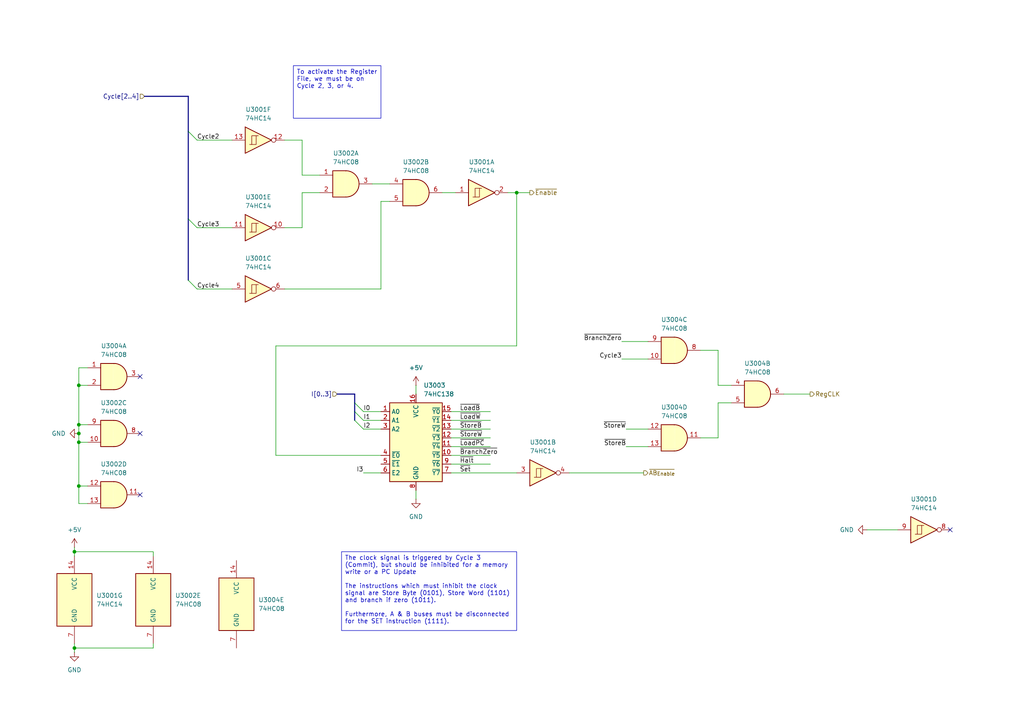
<source format=kicad_sch>
(kicad_sch (version 20231120) (generator "eeschema") (generator_version "8.0")
  (paper "A4")
  (lib_symbols
    (symbol "74xx:74HC138"
      (property "Reference" "U" (at -7.62 13.97 0))
      (property "Value" "74HC138" (at 2.54 -11.43 0))
      (symbol "74HC138_0_1"
        (rectangle (start -7.62 12.7) (end 7.62 -10.16) (stroke (width 0.254)) (fill (type background)))
      )
      (symbol "74HC138_1_1"
        (pin input line (at -10.16 10.16 0) (length 2.54) (name "A0") (number "1"))
        (pin output line (at 10.16 -2.54 180) (length 2.54) (name "~{Y5}") (number "10"))
        (pin output line (at 10.16 0 180) (length 2.54) (name "~{Y4}") (number "11"))
        (pin output line (at 10.16 2.54 180) (length 2.54) (name "~{Y3}") (number "12"))
        (pin output line (at 10.16 5.08 180) (length 2.54) (name "~{Y2}") (number "13"))
        (pin output line (at 10.16 7.62 180) (length 2.54) (name "~{Y1}") (number "14"))
        (pin output line (at 10.16 10.16 180) (length 2.54) (name "~{Y0}") (number "15"))
        (pin power_in line (at 0 15.24 270) (length 2.54) (name "VCC") (number "16"))
        (pin input line (at -10.16 7.62 0) (length 2.54) (name "A1") (number "2"))
        (pin input line (at -10.16 5.08 0) (length 2.54) (name "A2") (number "3"))
        (pin input line (at -10.16 -2.54 0) (length 2.54) (name "~{E0}") (number "4"))
        (pin input line (at -10.16 -5.08 0) (length 2.54) (name "~{E1}") (number "5"))
        (pin input line (at -10.16 -7.62 0) (length 2.54) (name "E2") (number "6"))
        (pin output line (at 10.16 -7.62 180) (length 2.54) (name "~{Y7}") (number "7"))
        (pin power_in line (at 0 -12.7 90) (length 2.54) (name "GND") (number "8"))
        (pin output line (at 10.16 -5.08 180) (length 2.54) (name "~{Y6}") (number "9"))
      )
    )
    (symbol "74xx:74HC14" (pin_names (offset 1.016))
      (property "Reference" "U" (at 0 1.27 0))
      (property "Value" "74HC14" (at 0 -1.27 0))
      (symbol "74HC14_1_0"
        (polyline (pts (xy -3.81 3.81) (xy -3.81 -3.81) (xy 3.81 0) (xy -3.81 3.81)) (stroke (width 0.254)) (fill (type background)))
        (pin input line (at -7.62 0 0) (length 3.81) (name "~") (number "1"))
        (pin output inverted (at 7.62 0 180) (length 3.81) (name "~") (number "2"))
      )
      (symbol "74HC14_1_1"
        (polyline (pts (xy -1.905 -1.27) (xy -1.905 1.27) (xy -0.635 1.27)))
        (polyline (pts (xy -2.54 -1.27) (xy -0.635 -1.27) (xy -0.635 1.27) (xy 0 1.27)))
      )
      (symbol "74HC14_2_0"
        (polyline (pts (xy -3.81 3.81) (xy -3.81 -3.81) (xy 3.81 0) (xy -3.81 3.81)) (stroke (width 0.254)) (fill (type background)))
        (pin input line (at -7.62 0 0) (length 3.81) (name "~") (number "3"))
        (pin output inverted (at 7.62 0 180) (length 3.81) (name "~") (number "4"))
      )
      (symbol "74HC14_2_1"
        (polyline (pts (xy -1.905 -1.27) (xy -1.905 1.27) (xy -0.635 1.27)))
        (polyline (pts (xy -2.54 -1.27) (xy -0.635 -1.27) (xy -0.635 1.27) (xy 0 1.27)))
      )
      (symbol "74HC14_3_0"
        (polyline (pts (xy -3.81 3.81) (xy -3.81 -3.81) (xy 3.81 0) (xy -3.81 3.81)) (stroke (width 0.254)) (fill (type background)))
        (pin input line (at -7.62 0 0) (length 3.81) (name "~") (number "5"))
        (pin output inverted (at 7.62 0 180) (length 3.81) (name "~") (number "6"))
      )
      (symbol "74HC14_3_1"
        (polyline (pts (xy -1.905 -1.27) (xy -1.905 1.27) (xy -0.635 1.27)))
        (polyline (pts (xy -2.54 -1.27) (xy -0.635 -1.27) (xy -0.635 1.27) (xy 0 1.27)))
      )
      (symbol "74HC14_4_0"
        (polyline (pts (xy -3.81 3.81) (xy -3.81 -3.81) (xy 3.81 0) (xy -3.81 3.81)) (stroke (width 0.254)) (fill (type background)))
        (pin output inverted (at 7.62 0 180) (length 3.81) (name "~") (number "8"))
        (pin input line (at -7.62 0 0) (length 3.81) (name "~") (number "9"))
      )
      (symbol "74HC14_4_1"
        (polyline (pts (xy -1.905 -1.27) (xy -1.905 1.27) (xy -0.635 1.27)))
        (polyline (pts (xy -2.54 -1.27) (xy -0.635 -1.27) (xy -0.635 1.27) (xy 0 1.27)))
      )
      (symbol "74HC14_5_0"
        (polyline (pts (xy -3.81 3.81) (xy -3.81 -3.81) (xy 3.81 0) (xy -3.81 3.81)) (stroke (width 0.254)) (fill (type background)))
        (pin output inverted (at 7.62 0 180) (length 3.81) (name "~") (number "10"))
        (pin input line (at -7.62 0 0) (length 3.81) (name "~") (number "11"))
      )
      (symbol "74HC14_5_1"
        (polyline (pts (xy -1.905 -1.27) (xy -1.905 1.27) (xy -0.635 1.27)))
        (polyline (pts (xy -2.54 -1.27) (xy -0.635 -1.27) (xy -0.635 1.27) (xy 0 1.27)))
      )
      (symbol "74HC14_6_0"
        (polyline (pts (xy -3.81 3.81) (xy -3.81 -3.81) (xy 3.81 0) (xy -3.81 3.81)) (stroke (width 0.254)) (fill (type background)))
        (pin output inverted (at 7.62 0 180) (length 3.81) (name "~") (number "12"))
        (pin input line (at -7.62 0 0) (length 3.81) (name "~") (number "13"))
      )
      (symbol "74HC14_6_1"
        (polyline (pts (xy -1.905 -1.27) (xy -1.905 1.27) (xy -0.635 1.27)))
        (polyline (pts (xy -2.54 -1.27) (xy -0.635 -1.27) (xy -0.635 1.27) (xy 0 1.27)))
      )
      (symbol "74HC14_7_0"
        (pin power_in line (at 0 12.7 270) (length 5.08) (name "VCC") (number "14"))
        (pin power_in line (at 0 -12.7 90) (length 5.08) (name "GND") (number "7"))
      )
      (symbol "74HC14_7_1"
        (rectangle (start -5.08 7.62) (end 5.08 -7.62) (stroke (width 0.254)) (fill (type background)))
      )
    )
    (symbol "74xx:74LS08" (pin_names (offset 1.016))
      (property "Reference" "U" (at 0 1.27 0))
      (property "Value" "74LS08" (at 0 -1.27 0))
      (symbol "74LS08_1_1"
        (arc (start 0 -3.81) (mid 3.7934 0) (end 0 3.81) (stroke (width 0.254)) (fill (type background)))
        (polyline (pts (xy 0 3.81) (xy -3.81 3.81) (xy -3.81 -3.81) (xy 0 -3.81)) (stroke (width 0.254)) (fill (type background)))
        (pin input line (at -7.62 2.54 0) (length 3.81) (name "~") (number "1"))
        (pin input line (at -7.62 -2.54 0) (length 3.81) (name "~") (number "2"))
        (pin output line (at 7.62 0 180) (length 3.81) (name "~") (number "3"))
      )
      (symbol "74LS08_1_2"
        (arc (start -3.81 -3.81) (mid -2.589 0) (end -3.81 3.81) (stroke (width 0.254)))
        (arc (start -0.6096 -3.81) (mid 2.1842 -2.5851) (end 3.81 0) (stroke (width 0.254)) (fill (type background)))
        (polyline (pts (xy -3.81 -3.81) (xy -0.635 -3.81)) (stroke (width 0.254)) (fill (type background)))
        (polyline (pts (xy -3.81 3.81) (xy -0.635 3.81)) (stroke (width 0.254)) (fill (type background)))
        (polyline (pts (xy -0.635 3.81) (xy -3.81 3.81) (xy -3.81 3.81) (xy -3.556 3.4036) (xy -3.0226 2.2606) (xy -2.6924 1.0414) (xy -2.6162 -0.254) (xy -2.7686 -1.4986) (xy -3.175 -2.7178) (xy -3.81 -3.81) (xy -3.81 -3.81) (xy -0.635 -3.81)) (stroke (width -25.4)) (fill (type background)))
        (arc (start 3.81 0) (mid 2.1915 2.5936) (end -0.6096 3.81) (stroke (width 0.254)) (fill (type background)))
        (pin input inverted (at -7.62 2.54 0) (length 4.318) (name "~") (number "1"))
        (pin input inverted (at -7.62 -2.54 0) (length 4.318) (name "~") (number "2"))
        (pin output inverted (at 7.62 0 180) (length 3.81) (name "~") (number "3"))
      )
      (symbol "74LS08_2_1"
        (arc (start 0 -3.81) (mid 3.7934 0) (end 0 3.81) (stroke (width 0.254)) (fill (type background)))
        (polyline (pts (xy 0 3.81) (xy -3.81 3.81) (xy -3.81 -3.81) (xy 0 -3.81)) (stroke (width 0.254)) (fill (type background)))
        (pin input line (at -7.62 2.54 0) (length 3.81) (name "~") (number "4"))
        (pin input line (at -7.62 -2.54 0) (length 3.81) (name "~") (number "5"))
        (pin output line (at 7.62 0 180) (length 3.81) (name "~") (number "6"))
      )
      (symbol "74LS08_2_2"
        (arc (start -3.81 -3.81) (mid -2.589 0) (end -3.81 3.81) (stroke (width 0.254)))
        (arc (start -0.6096 -3.81) (mid 2.1842 -2.5851) (end 3.81 0) (stroke (width 0.254)) (fill (type background)))
        (polyline (pts (xy -3.81 -3.81) (xy -0.635 -3.81)) (stroke (width 0.254)) (fill (type background)))
        (polyline (pts (xy -3.81 3.81) (xy -0.635 3.81)) (stroke (width 0.254)) (fill (type background)))
        (polyline (pts (xy -0.635 3.81) (xy -3.81 3.81) (xy -3.81 3.81) (xy -3.556 3.4036) (xy -3.0226 2.2606) (xy -2.6924 1.0414) (xy -2.6162 -0.254) (xy -2.7686 -1.4986) (xy -3.175 -2.7178) (xy -3.81 -3.81) (xy -3.81 -3.81) (xy -0.635 -3.81)) (stroke (width -25.4)) (fill (type background)))
        (arc (start 3.81 0) (mid 2.1915 2.5936) (end -0.6096 3.81) (stroke (width 0.254)) (fill (type background)))
        (pin input inverted (at -7.62 2.54 0) (length 4.318) (name "~") (number "4"))
        (pin input inverted (at -7.62 -2.54 0) (length 4.318) (name "~") (number "5"))
        (pin output inverted (at 7.62 0 180) (length 3.81) (name "~") (number "6"))
      )
      (symbol "74LS08_3_1"
        (arc (start 0 -3.81) (mid 3.7934 0) (end 0 3.81) (stroke (width 0.254)) (fill (type background)))
        (polyline (pts (xy 0 3.81) (xy -3.81 3.81) (xy -3.81 -3.81) (xy 0 -3.81)) (stroke (width 0.254)) (fill (type background)))
        (pin input line (at -7.62 -2.54 0) (length 3.81) (name "~") (number "10"))
        (pin output line (at 7.62 0 180) (length 3.81) (name "~") (number "8"))
        (pin input line (at -7.62 2.54 0) (length 3.81) (name "~") (number "9"))
      )
      (symbol "74LS08_3_2"
        (arc (start -3.81 -3.81) (mid -2.589 0) (end -3.81 3.81) (stroke (width 0.254)))
        (arc (start -0.6096 -3.81) (mid 2.1842 -2.5851) (end 3.81 0) (stroke (width 0.254)) (fill (type background)))
        (polyline (pts (xy -3.81 -3.81) (xy -0.635 -3.81)) (stroke (width 0.254)) (fill (type background)))
        (polyline (pts (xy -3.81 3.81) (xy -0.635 3.81)) (stroke (width 0.254)) (fill (type background)))
        (polyline (pts (xy -0.635 3.81) (xy -3.81 3.81) (xy -3.81 3.81) (xy -3.556 3.4036) (xy -3.0226 2.2606) (xy -2.6924 1.0414) (xy -2.6162 -0.254) (xy -2.7686 -1.4986) (xy -3.175 -2.7178) (xy -3.81 -3.81) (xy -3.81 -3.81) (xy -0.635 -3.81)) (stroke (width -25.4)) (fill (type background)))
        (arc (start 3.81 0) (mid 2.1915 2.5936) (end -0.6096 3.81) (stroke (width 0.254)) (fill (type background)))
        (pin input inverted (at -7.62 -2.54 0) (length 4.318) (name "~") (number "10"))
        (pin output inverted (at 7.62 0 180) (length 3.81) (name "~") (number "8"))
        (pin input inverted (at -7.62 2.54 0) (length 4.318) (name "~") (number "9"))
      )
      (symbol "74LS08_4_1"
        (arc (start 0 -3.81) (mid 3.7934 0) (end 0 3.81) (stroke (width 0.254)) (fill (type background)))
        (polyline (pts (xy 0 3.81) (xy -3.81 3.81) (xy -3.81 -3.81) (xy 0 -3.81)) (stroke (width 0.254)) (fill (type background)))
        (pin output line (at 7.62 0 180) (length 3.81) (name "~") (number "11"))
        (pin input line (at -7.62 2.54 0) (length 3.81) (name "~") (number "12"))
        (pin input line (at -7.62 -2.54 0) (length 3.81) (name "~") (number "13"))
      )
      (symbol "74LS08_4_2"
        (arc (start -3.81 -3.81) (mid -2.589 0) (end -3.81 3.81) (stroke (width 0.254)))
        (arc (start -0.6096 -3.81) (mid 2.1842 -2.5851) (end 3.81 0) (stroke (width 0.254)) (fill (type background)))
        (polyline (pts (xy -3.81 -3.81) (xy -0.635 -3.81)) (stroke (width 0.254)) (fill (type background)))
        (polyline (pts (xy -3.81 3.81) (xy -0.635 3.81)) (stroke (width 0.254)) (fill (type background)))
        (polyline (pts (xy -0.635 3.81) (xy -3.81 3.81) (xy -3.81 3.81) (xy -3.556 3.4036) (xy -3.0226 2.2606) (xy -2.6924 1.0414) (xy -2.6162 -0.254) (xy -2.7686 -1.4986) (xy -3.175 -2.7178) (xy -3.81 -3.81) (xy -3.81 -3.81) (xy -0.635 -3.81)) (stroke (width -25.4)) (fill (type background)))
        (arc (start 3.81 0) (mid 2.1915 2.5936) (end -0.6096 3.81) (stroke (width 0.254)) (fill (type background)))
        (pin output inverted (at 7.62 0 180) (length 3.81) (name "~") (number "11"))
        (pin input inverted (at -7.62 2.54 0) (length 4.318) (name "~") (number "12"))
        (pin input inverted (at -7.62 -2.54 0) (length 4.318) (name "~") (number "13"))
      )
      (symbol "74LS08_5_0"
        (pin power_in line (at 0 12.7 270) (length 5.08) (name "VCC") (number "14"))
        (pin power_in line (at 0 -12.7 90) (length 5.08) (name "GND") (number "7"))
      )
      (symbol "74LS08_5_1"
        (rectangle (start -5.08 7.62) (end 5.08 -7.62) (stroke (width 0.254)) (fill (type background)))
      )
    )
    (symbol "power:+5V" (power) (pin_numbers hide) (pin_names (offset 0) hide)
      (property "Value" "+5V" (at 0 3.556 0))
      (symbol "+5V_0_1"
        (polyline (pts (xy -0.762 1.27) (xy 0 2.54)))
        (polyline (pts (xy 0 0) (xy 0 2.54)))
        (polyline (pts (xy 0 2.54) (xy 0.762 1.27)))
      )
      (symbol "+5V_1_1"
        (pin power_in line (at 0 0 90) (length 0) (name "~") (number "1"))
      )
    )
    (symbol "power:GND" (power) (pin_numbers hide) (pin_names (offset 0) hide)
      (property "Value" "GND" (at 0 -3.81 0))
      (symbol "GND_0_1"
        (polyline (pts (xy 0 0) (xy 0 -1.27) (xy 1.27 -1.27) (xy 0 -2.54) (xy -1.27 -1.27) (xy 0 -1.27)))
      )
      (symbol "GND_1_1"
        (pin power_in line (at 0 0 270) (length 0) (name "~") (number "1"))
      )
    )
  )
  (junction (at 22.86 123.19))
  (junction (at 21.59 160.02))
  (junction (at 22.86 111.76))
  (junction (at 22.86 140.97))
  (junction (at 21.59 187.96))
  (junction (at 22.86 128.27))
  (junction (at 22.86 125.73))
  (junction (at 149.86 55.88))
  (no_connect (at 40.64 109.22))
  (no_connect (at 275.59 153.67))
  (no_connect (at 40.64 143.51))
  (no_connect (at 40.64 125.73))
  (bus_entry (at 102.87 121.92) (size 2.54 2.54))
  (bus_entry (at 54.61 38.1) (size 2.54 2.54))
  (bus_entry (at 54.61 81.28) (size 2.54 2.54))
  (bus_entry (at 102.87 119.38) (size 2.54 2.54))
  (bus_entry (at 102.87 116.84) (size 2.54 2.54))
  (bus_entry (at 54.61 63.5) (size 2.54 2.54))
  (wire (pts (xy 21.59 160.02) (xy 44.45 160.02)))
  (bus (pts (xy 54.61 27.94) (xy 54.61 38.1)))
  (wire (pts (xy 21.59 186.69) (xy 21.59 187.96)))
  (wire (pts (xy 130.81 129.54) (xy 142.24 129.54)))
  (wire (pts (xy 105.41 137.16) (xy 110.49 137.16)))
  (wire (pts (xy 44.45 187.96) (xy 44.45 186.69)))
  (wire (pts (xy 105.41 121.92) (xy 110.49 121.92)))
  (wire (pts (xy 22.86 140.97) (xy 22.86 128.27)))
  (wire (pts (xy 57.15 66.04) (xy 67.31 66.04)))
  (wire (pts (xy 130.81 137.16) (xy 149.86 137.16)))
  (wire (pts (xy 22.86 128.27) (xy 25.4 128.27)))
  (wire (pts (xy 22.86 146.05) (xy 22.86 140.97)))
  (wire (pts (xy 87.63 66.04) (xy 87.63 55.88)))
  (wire (pts (xy 80.01 132.08) (xy 110.49 132.08)))
  (wire (pts (xy 130.81 134.62) (xy 142.24 134.62)))
  (wire (pts (xy 87.63 55.88) (xy 92.71 55.88)))
  (wire (pts (xy 208.28 111.76) (xy 212.09 111.76)))
  (bus (pts (xy 54.61 63.5) (xy 54.61 81.28)))
  (wire (pts (xy 113.03 58.42) (xy 110.49 58.42)))
  (wire (pts (xy 180.34 99.06) (xy 187.96 99.06)))
  (wire (pts (xy 120.65 111.76) (xy 120.65 114.3)))
  (wire (pts (xy 44.45 160.02) (xy 44.45 161.29)))
  (wire (pts (xy 22.86 111.76) (xy 25.4 111.76)))
  (bus (pts (xy 102.87 119.38) (xy 102.87 121.92)))
  (wire (pts (xy 165.1 137.16) (xy 186.69 137.16)))
  (wire (pts (xy 22.86 111.76) (xy 22.86 106.68)))
  (bus (pts (xy 54.61 38.1) (xy 54.61 63.5)))
  (wire (pts (xy 57.15 40.64) (xy 67.31 40.64)))
  (bus (pts (xy 97.79 114.3) (xy 102.87 114.3)))
  (wire (pts (xy 25.4 146.05) (xy 22.86 146.05)))
  (wire (pts (xy 82.55 66.04) (xy 87.63 66.04)))
  (wire (pts (xy 251.46 153.67) (xy 260.35 153.67)))
  (wire (pts (xy 22.86 125.73) (xy 22.86 123.19)))
  (wire (pts (xy 22.86 140.97) (xy 25.4 140.97)))
  (wire (pts (xy 130.81 132.08) (xy 142.24 132.08)))
  (bus (pts (xy 102.87 114.3) (xy 102.87 116.84)))
  (wire (pts (xy 130.81 127) (xy 142.24 127)))
  (wire (pts (xy 181.61 129.54) (xy 187.96 129.54)))
  (wire (pts (xy 107.95 53.34) (xy 113.03 53.34)))
  (wire (pts (xy 21.59 158.75) (xy 21.59 160.02)))
  (wire (pts (xy 22.86 128.27) (xy 22.86 125.73)))
  (wire (pts (xy 147.32 55.88) (xy 149.86 55.88)))
  (wire (pts (xy 21.59 187.96) (xy 21.59 189.23)))
  (wire (pts (xy 87.63 40.64) (xy 87.63 50.8)))
  (wire (pts (xy 208.28 116.84) (xy 212.09 116.84)))
  (wire (pts (xy 22.86 123.19) (xy 22.86 111.76)))
  (wire (pts (xy 149.86 100.33) (xy 80.01 100.33)))
  (wire (pts (xy 21.59 187.96) (xy 44.45 187.96)))
  (wire (pts (xy 110.49 58.42) (xy 110.49 83.82)))
  (wire (pts (xy 203.2 127) (xy 208.28 127)))
  (wire (pts (xy 22.86 106.68) (xy 25.4 106.68)))
  (wire (pts (xy 227.33 114.3) (xy 234.95 114.3)))
  (bus (pts (xy 102.87 116.84) (xy 102.87 119.38)))
  (wire (pts (xy 120.65 142.24) (xy 120.65 144.78)))
  (wire (pts (xy 82.55 83.82) (xy 110.49 83.82)))
  (wire (pts (xy 128.27 55.88) (xy 132.08 55.88)))
  (wire (pts (xy 57.15 83.82) (xy 67.31 83.82)))
  (wire (pts (xy 80.01 100.33) (xy 80.01 132.08)))
  (wire (pts (xy 149.86 55.88) (xy 153.67 55.88)))
  (wire (pts (xy 208.28 101.6) (xy 208.28 111.76)))
  (wire (pts (xy 180.34 104.14) (xy 187.96 104.14)))
  (bus (pts (xy 41.91 27.94) (xy 54.61 27.94)))
  (wire (pts (xy 105.41 119.38) (xy 110.49 119.38)))
  (wire (pts (xy 130.81 121.92) (xy 142.24 121.92)))
  (wire (pts (xy 87.63 50.8) (xy 92.71 50.8)))
  (wire (pts (xy 149.86 55.88) (xy 149.86 100.33)))
  (wire (pts (xy 181.61 124.46) (xy 187.96 124.46)))
  (wire (pts (xy 82.55 40.64) (xy 87.63 40.64)))
  (wire (pts (xy 105.41 124.46) (xy 110.49 124.46)))
  (wire (pts (xy 21.59 160.02) (xy 21.59 161.29)))
  (wire (pts (xy 22.86 123.19) (xy 25.4 123.19)))
  (wire (pts (xy 208.28 127) (xy 208.28 116.84)))
  (wire (pts (xy 130.81 124.46) (xy 142.24 124.46)))
  (wire (pts (xy 130.81 119.38) (xy 142.24 119.38)))
  (wire (pts (xy 203.2 101.6) (xy 208.28 101.6)))
  (text_box "The clock signal is triggered by Cycle 3 (Commit), but should be inhibited for a memory write or a PC Update\n\nThe instructions which must inhibit the clock signal are Store Byte (0101), Store Word (1101) and branch if zero (1011).\n\nFurthermore, A & B buses must be disconnected for the SET instruction (1111)." (at 99.06 160.02 0) (size 50.8 22.86) (effects (font (size 1.27 1.27)) (justify left top)))
  (text_box "To activate the Register File, we must be on Cycle 2, 3, or 4." (at 85.09 19.05 0) (size 25.4 15.24) (effects (font (size 1.27 1.27)) (justify left top)))
  (label "Cycle2" (at 57.15 40.64 0))
  (label "I0" (at 105.41 119.38 0))
  (label "~{LoadW}" (at 133.35 121.92 0))
  (label "~{StoreB}" (at 133.35 124.46 0))
  (label "I2" (at 105.41 124.46 0))
  (label "Cycle3" (at 180.34 104.14 180))
  (label "Cycle3" (at 57.15 66.04 0))
  (label "I1" (at 105.41 121.92 0))
  (label "~{Set}" (at 133.35 137.16 0))
  (label "~{Halt}" (at 133.35 134.62 0))
  (label "I3" (at 105.41 137.16 180))
  (label "~{StoreB}" (at 181.61 129.54 180))
  (label "~{StoreW}" (at 181.61 124.46 180))
  (label "Cycle4" (at 57.15 83.82 0))
  (label "~{LoadPC}" (at 133.35 129.54 0))
  (label "~{BranchZero}" (at 133.35 132.08 0))
  (label "~{StoreW}" (at 133.35 127 0))
  (label "~{BranchZero}" (at 180.34 99.06 180))
  (label "~{LoadB}" (at 133.35 119.38 0))
  (hierarchical_label "~{Enable}" (shape output) (at 153.67 55.88 0))
  (hierarchical_label "I[0..3]" (shape input) (at 97.79 114.3 180))
  (hierarchical_label "RegCLK" (shape output) (at 234.95 114.3 0))
  (hierarchical_label "Cycle[2..4]" (shape input) (at 41.91 27.94 180))
  (hierarchical_label "~{AB_{Enable}}" (shape output) (at 186.69 137.16 0))
  (symbol (lib_id "74xx:74LS08") (at 195.58 101.6 0) (unit 3)
    (property "Reference" "U3004" (at 195.5717 92.71 0))
    (property "Value" "74HC08" (at 195.5717 95.25 0))
    (property "Footprint" "Package_SO:SOIC-14_3.9x8.7mm_P1.27mm" (effects (hide yes)))
    (property "Datasheet" "https://www.lcsc.com/datasheet/lcsc_datasheet_2407241044_Nexperia-74HC08D-653_C5593.pdf" (effects (hide yes)))
    (property "Description" "Quad And2" (effects (hide yes)))
    (property "LCSC" "C5593" (effects (hide yes)))
  )
  (symbol (lib_id "74xx:74HC14") (at 267.97 153.67 0) (unit 4)
    (property "Reference" "U3001" (at 267.97 144.78 0))
    (property "Value" "74HC14" (at 267.97 147.32 0))
    (property "Footprint" "Package_SO:SOIC-14_3.9x8.7mm_P1.27mm" (effects (hide yes)))
    (property "Datasheet" "https://www.lcsc.com/datasheet/lcsc_datasheet_2407241044_Nexperia-74HC14D-653_C5605.pdf" (effects (hide yes)))
    (property "Description" "Hex inverter schmitt trigger" (effects (hide yes)))
    (property "LCSC" "C5605" (effects (hide yes)))
  )
  (symbol (lib_id "power:+5V") (at 21.59 158.75 0) (unit 1)
    (property "Reference" "#PWR03001" (effects (hide yes)))
    (property "Value" "+5V" (at 21.59 153.67 0))
    (property "Description" "Power symbol creates a global label with name \"+5V\"" (effects (hide yes)))
  )
  (symbol (lib_id "74xx:74HC138") (at 120.65 129.54 0) (unit 1)
    (property "Reference" "U3003" (at 122.8441 111.76 0) (effects (justify left)))
    (property "Value" "74HC138" (at 122.8441 114.3 0) (effects (justify left)))
    (property "Footprint" "Package_DIP:DIP-16_W7.62mm_Socket" (effects (hide yes)))
    (property "Datasheet" "http://www.ti.com/lit/ds/symlink/cd74hc238.pdf" (effects (hide yes)))
    (property "Description" "3-to-8 line decoder/multiplexer inverting, DIP-16/SOIC-16/SSOP-16" (effects (hide yes)))
  )
  (symbol (lib_id "74xx:74HC14") (at 157.48 137.16 0) (unit 2)
    (property "Reference" "U3001" (at 157.48 128.27 0))
    (property "Value" "74HC14" (at 157.48 130.81 0))
    (property "Footprint" "Package_SO:SOIC-14_3.9x8.7mm_P1.27mm" (effects (hide yes)))
    (property "Datasheet" "https://www.lcsc.com/datasheet/lcsc_datasheet_2407241044_Nexperia-74HC14D-653_C5605.pdf" (effects (hide yes)))
    (property "Description" "Hex inverter schmitt trigger" (effects (hide yes)))
    (property "LCSC" "C5605" (effects (hide yes)))
  )
  (symbol (lib_id "power:+5V") (at 120.65 111.76 0) (unit 1)
    (property "Reference" "#PWR03005" (effects (hide yes)))
    (property "Value" "+5V" (at 120.65 106.68 0))
    (property "Description" "Power symbol creates a global label with name \"+5V\"" (effects (hide yes)))
  )
  (symbol (lib_id "74xx:74HC14") (at 139.7 55.88 0) (unit 1)
    (property "Reference" "U3001" (at 139.7 46.99 0))
    (property "Value" "74HC14" (at 139.7 49.53 0))
    (property "Footprint" "Package_SO:SOIC-14_3.9x8.7mm_P1.27mm" (effects (hide yes)))
    (property "Datasheet" "https://www.lcsc.com/datasheet/lcsc_datasheet_2407241044_Nexperia-74HC14D-653_C5605.pdf" (effects (hide yes)))
    (property "Description" "Hex inverter schmitt trigger" (effects (hide yes)))
    (property "LCSC" "C5605" (effects (hide yes)))
  )
  (symbol (lib_id "74xx:74LS08") (at 100.33 53.34 0) (unit 1)
    (property "Reference" "U3002" (at 100.3217 44.45 0))
    (property "Value" "74HC08" (at 100.3217 46.99 0))
    (property "Footprint" "Package_SO:SOIC-14_3.9x8.7mm_P1.27mm" (effects (hide yes)))
    (property "Datasheet" "https://www.lcsc.com/datasheet/lcsc_datasheet_2407241044_Nexperia-74HC08D-653_C5593.pdf" (effects (hide yes)))
    (property "Description" "Quad And2" (effects (hide yes)))
    (property "LCSC" "C5593" (effects (hide yes)))
  )
  (symbol (lib_id "power:GND") (at 120.65 144.78 0) (unit 1)
    (property "Reference" "#PWR03006" (effects (hide yes)))
    (property "Value" "GND" (at 120.65 149.86 0))
    (property "Description" "Power symbol creates a global label with name \"GND\" , ground" (effects (hide yes)))
  )
  (symbol (lib_id "power:GND") (at 22.86 125.73 270) (unit 1)
    (property "Reference" "#PWR03004" (effects (hide yes)))
    (property "Value" "GND" (at 19.05 125.7299 90) (effects (justify right)))
    (property "Description" "Power symbol creates a global label with name \"GND\" , ground" (effects (hide yes)))
  )
  (symbol (lib_id "power:GND") (at 21.59 189.23 0) (unit 1)
    (property "Reference" "#PWR03002" (effects (hide yes)))
    (property "Value" "GND" (at 21.59 194.31 0))
    (property "Description" "Power symbol creates a global label with name \"GND\" , ground" (effects (hide yes)))
  )
  (symbol (lib_id "74xx:74LS08") (at 219.71 114.3 0) (unit 2)
    (property "Reference" "U3004" (at 219.7017 105.41 0))
    (property "Value" "74HC08" (at 219.7017 107.95 0))
    (property "Footprint" "Package_SO:SOIC-14_3.9x8.7mm_P1.27mm" (effects (hide yes)))
    (property "Datasheet" "https://www.lcsc.com/datasheet/lcsc_datasheet_2407241044_Nexperia-74HC08D-653_C5593.pdf" (effects (hide yes)))
    (property "Description" "Quad And2" (effects (hide yes)))
    (property "LCSC" "C5593" (effects (hide yes)))
  )
  (symbol (lib_id "74xx:74HC14") (at 74.93 66.04 0) (unit 5)
    (property "Reference" "U3001" (at 74.93 57.15 0))
    (property "Value" "74HC14" (at 74.93 59.69 0))
    (property "Footprint" "Package_SO:SOIC-14_3.9x8.7mm_P1.27mm" (effects (hide yes)))
    (property "Datasheet" "https://www.lcsc.com/datasheet/lcsc_datasheet_2407241044_Nexperia-74HC14D-653_C5605.pdf" (effects (hide yes)))
    (property "Description" "Hex inverter schmitt trigger" (effects (hide yes)))
    (property "LCSC" "C5605" (effects (hide yes)))
  )
  (symbol (lib_id "74xx:74HC14") (at 74.93 83.82 0) (unit 3)
    (property "Reference" "U3001" (at 74.93 74.93 0))
    (property "Value" "74HC14" (at 74.93 77.47 0))
    (property "Footprint" "Package_SO:SOIC-14_3.9x8.7mm_P1.27mm" (effects (hide yes)))
    (property "Datasheet" "https://www.lcsc.com/datasheet/lcsc_datasheet_2407241044_Nexperia-74HC14D-653_C5605.pdf" (effects (hide yes)))
    (property "Description" "Hex inverter schmitt trigger" (effects (hide yes)))
    (property "LCSC" "C5605" (effects (hide yes)))
  )
  (symbol (lib_id "power:GND") (at 251.46 153.67 270) (unit 1)
    (property "Reference" "#PWR03003" (effects (hide yes)))
    (property "Value" "GND" (at 247.65 153.6699 90) (effects (justify right)))
    (property "Description" "Power symbol creates a global label with name \"GND\" , ground" (effects (hide yes)))
  )
  (symbol (lib_id "74xx:74HC14") (at 74.93 40.64 0) (unit 6)
    (property "Reference" "U3001" (at 74.93 31.75 0))
    (property "Value" "74HC14" (at 74.93 34.29 0))
    (property "Footprint" "Package_SO:SOIC-14_3.9x8.7mm_P1.27mm" (effects (hide yes)))
    (property "Datasheet" "https://www.lcsc.com/datasheet/lcsc_datasheet_2407241044_Nexperia-74HC14D-653_C5605.pdf" (effects (hide yes)))
    (property "Description" "Hex inverter schmitt trigger" (effects (hide yes)))
    (property "LCSC" "C5605" (effects (hide yes)))
  )
  (symbol (lib_id "74xx:74LS08") (at 33.02 109.22 0) (unit 1)
    (property "Reference" "U3004" (at 33.0117 100.33 0))
    (property "Value" "74HC08" (at 33.0117 102.87 0))
    (property "Footprint" "Package_SO:SOIC-14_3.9x8.7mm_P1.27mm" (effects (hide yes)))
    (property "Datasheet" "https://www.lcsc.com/datasheet/lcsc_datasheet_2407241044_Nexperia-74HC08D-653_C5593.pdf" (effects (hide yes)))
    (property "Description" "Quad And2" (effects (hide yes)))
    (property "LCSC" "C5593" (effects (hide yes)))
  )
  (symbol (lib_id "74xx:74LS08") (at 68.58 175.26 0) (unit 5)
    (property "Reference" "U3004" (at 74.93 173.9899 0) (effects (justify left)))
    (property "Value" "74HC08" (at 74.93 176.5299 0) (effects (justify left)))
    (property "Footprint" "Package_SO:SOIC-14_3.9x8.7mm_P1.27mm" (effects (hide yes)))
    (property "Datasheet" "https://www.lcsc.com/datasheet/lcsc_datasheet_2407241044_Nexperia-74HC08D-653_C5593.pdf" (effects (hide yes)))
    (property "Description" "Quad And2" (effects (hide yes)))
    (property "LCSC" "C5593" (effects (hide yes)))
  )
  (symbol (lib_id "74xx:74LS08") (at 120.65 55.88 0) (unit 2)
    (property "Reference" "U3002" (at 120.6417 46.99 0))
    (property "Value" "74HC08" (at 120.6417 49.53 0))
    (property "Footprint" "Package_SO:SOIC-14_3.9x8.7mm_P1.27mm" (effects (hide yes)))
    (property "Datasheet" "https://www.lcsc.com/datasheet/lcsc_datasheet_2407241044_Nexperia-74HC08D-653_C5593.pdf" (effects (hide yes)))
    (property "Description" "Quad And2" (effects (hide yes)))
    (property "LCSC" "C5593" (effects (hide yes)))
  )
  (symbol (lib_id "74xx:74LS08") (at 44.45 173.99 0) (unit 5)
    (property "Reference" "U3002" (at 50.8 172.7199 0) (effects (justify left)))
    (property "Value" "74HC08" (at 50.8 175.2599 0) (effects (justify left)))
    (property "Footprint" "Package_SO:SOIC-14_3.9x8.7mm_P1.27mm" (effects (hide yes)))
    (property "Datasheet" "https://www.lcsc.com/datasheet/lcsc_datasheet_2407241044_Nexperia-74HC08D-653_C5593.pdf" (effects (hide yes)))
    (property "Description" "Quad And2" (effects (hide yes)))
    (property "LCSC" "C5593" (effects (hide yes)))
  )
  (symbol (lib_id "74xx:74HC14") (at 21.59 173.99 0) (unit 7)
    (property "Reference" "U3001" (at 27.94 172.7199 0) (effects (justify left)))
    (property "Value" "74HC14" (at 27.94 175.2599 0) (effects (justify left)))
    (property "Footprint" "Package_SO:SOIC-14_3.9x8.7mm_P1.27mm" (effects (hide yes)))
    (property "Datasheet" "https://www.lcsc.com/datasheet/lcsc_datasheet_2407241044_Nexperia-74HC14D-653_C5605.pdf" (effects (hide yes)))
    (property "Description" "Hex inverter schmitt trigger" (effects (hide yes)))
    (property "LCSC" "C5605" (effects (hide yes)))
  )
  (symbol (lib_id "74xx:74LS08") (at 33.02 125.73 0) (unit 3)
    (property "Reference" "U3002" (at 33.0117 116.84 0))
    (property "Value" "74HC08" (at 33.0117 119.38 0))
    (property "Footprint" "Package_SO:SOIC-14_3.9x8.7mm_P1.27mm" (effects (hide yes)))
    (property "Datasheet" "https://www.lcsc.com/datasheet/lcsc_datasheet_2407241044_Nexperia-74HC08D-653_C5593.pdf" (effects (hide yes)))
    (property "Description" "Quad And2" (effects (hide yes)))
    (property "LCSC" "C5593" (effects (hide yes)))
  )
  (symbol (lib_id "74xx:74LS08") (at 33.02 143.51 0) (unit 4)
    (property "Reference" "U3002" (at 33.0117 134.62 0))
    (property "Value" "74HC08" (at 33.0117 137.16 0))
    (property "Footprint" "Package_SO:SOIC-14_3.9x8.7mm_P1.27mm" (effects (hide yes)))
    (property "Datasheet" "https://www.lcsc.com/datasheet/lcsc_datasheet_2407241044_Nexperia-74HC08D-653_C5593.pdf" (effects (hide yes)))
    (property "Description" "Quad And2" (effects (hide yes)))
    (property "LCSC" "C5593" (effects (hide yes)))
  )
  (symbol (lib_id "74xx:74LS08") (at 195.58 127 0) (unit 4)
    (property "Reference" "U3004" (at 195.5717 118.11 0))
    (property "Value" "74HC08" (at 195.5717 120.65 0))
    (property "Footprint" "Package_SO:SOIC-14_3.9x8.7mm_P1.27mm" (effects (hide yes)))
    (property "Datasheet" "https://www.lcsc.com/datasheet/lcsc_datasheet_2407241044_Nexperia-74HC08D-653_C5593.pdf" (effects (hide yes)))
    (property "Description" "Quad And2" (effects (hide yes)))
    (property "LCSC" "C5593" (effects (hide yes)))
  )
)
</source>
